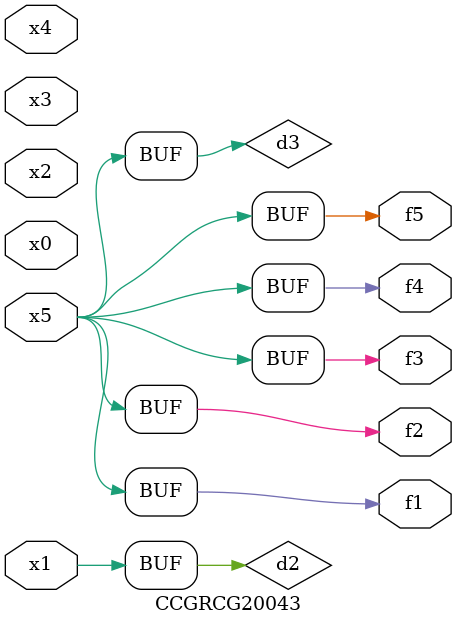
<source format=v>
module CCGRCG20043(
	input x0, x1, x2, x3, x4, x5,
	output f1, f2, f3, f4, f5
);

	wire d1, d2, d3;

	not (d1, x5);
	or (d2, x1);
	xnor (d3, d1);
	assign f1 = d3;
	assign f2 = d3;
	assign f3 = d3;
	assign f4 = d3;
	assign f5 = d3;
endmodule

</source>
